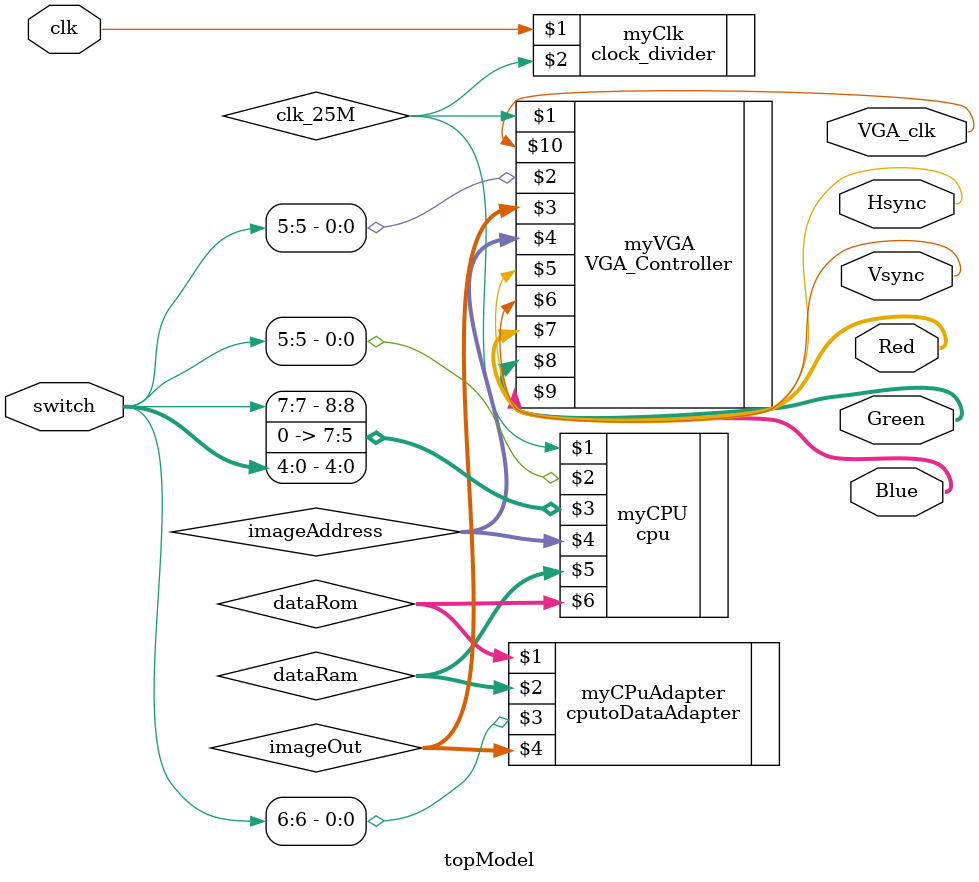
<source format=sv>
module topModel(
	input  clk,
	input [7:0] switch,
	output logic Hsync,
	output logic Vsync,
	output logic[7:0] Red,
	output logic[7:0] Green,
	output logic[7:0] Blue,
	output logic VGA_clk
	);
	logic [15:0] imageAddress; 
	logic [7:0] imageOut, dataRom, dataRam;
	logic clk_25M;
	
	clock_divider myClk(clk,clk_25M);
	
	cputoDataAdapter myCPuAdapter(dataRom,dataRam,switch[6],imageOut);
	
	cpu myCPU(clk_25M,switch[5],{switch[7], 3'b0,switch[4:0]},imageAddress,dataRam,dataRom);
	
	VGA_Controller myVGA(clk_25M,switch[5],imageOut,imageAddress,Hsync,Vsync,Red,Green,Blue,VGA_clk);

endmodule 
</source>
